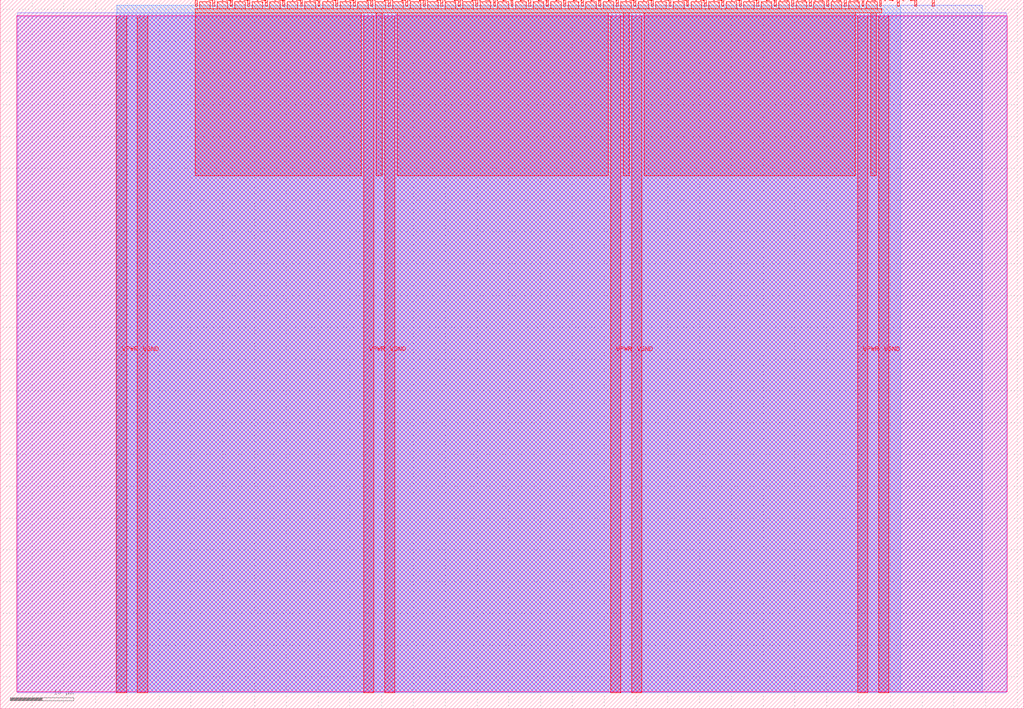
<source format=lef>
VERSION 5.7 ;
  NOWIREEXTENSIONATPIN ON ;
  DIVIDERCHAR "/" ;
  BUSBITCHARS "[]" ;
MACRO tt_um_multiplier
  CLASS BLOCK ;
  FOREIGN tt_um_multiplier ;
  ORIGIN 0.000 0.000 ;
  SIZE 161.000 BY 111.520 ;
  PIN VGND
    DIRECTION INOUT ;
    USE GROUND ;
    PORT
      LAYER met4 ;
        RECT 21.580 2.480 23.180 109.040 ;
    END
    PORT
      LAYER met4 ;
        RECT 60.450 2.480 62.050 109.040 ;
    END
    PORT
      LAYER met4 ;
        RECT 99.320 2.480 100.920 109.040 ;
    END
    PORT
      LAYER met4 ;
        RECT 138.190 2.480 139.790 109.040 ;
    END
  END VGND
  PIN VPWR
    DIRECTION INOUT ;
    USE POWER ;
    PORT
      LAYER met4 ;
        RECT 18.280 2.480 19.880 109.040 ;
    END
    PORT
      LAYER met4 ;
        RECT 57.150 2.480 58.750 109.040 ;
    END
    PORT
      LAYER met4 ;
        RECT 96.020 2.480 97.620 109.040 ;
    END
    PORT
      LAYER met4 ;
        RECT 134.890 2.480 136.490 109.040 ;
    END
  END VPWR
  PIN clk
    DIRECTION INPUT ;
    USE SIGNAL ;
    PORT
      LAYER met4 ;
        RECT 143.830 110.520 144.130 111.520 ;
    END
  END clk
  PIN ena
    DIRECTION INPUT ;
    USE SIGNAL ;
    PORT
      LAYER met4 ;
        RECT 146.590 110.520 146.890 111.520 ;
    END
  END ena
  PIN rst_n
    DIRECTION INPUT ;
    USE SIGNAL ;
    PORT
      LAYER met4 ;
        RECT 141.070 110.520 141.370 111.520 ;
    END
  END rst_n
  PIN ui_in[0]
    DIRECTION INPUT ;
    USE SIGNAL ;
    ANTENNAGATEAREA 0.196500 ;
    PORT
      LAYER met4 ;
        RECT 138.310 110.520 138.610 111.520 ;
    END
  END ui_in[0]
  PIN ui_in[1]
    DIRECTION INPUT ;
    USE SIGNAL ;
    ANTENNAGATEAREA 0.196500 ;
    PORT
      LAYER met4 ;
        RECT 135.550 110.520 135.850 111.520 ;
    END
  END ui_in[1]
  PIN ui_in[2]
    DIRECTION INPUT ;
    USE SIGNAL ;
    ANTENNAGATEAREA 0.159000 ;
    PORT
      LAYER met4 ;
        RECT 132.790 110.520 133.090 111.520 ;
    END
  END ui_in[2]
  PIN ui_in[3]
    DIRECTION INPUT ;
    USE SIGNAL ;
    ANTENNAGATEAREA 0.196500 ;
    PORT
      LAYER met4 ;
        RECT 130.030 110.520 130.330 111.520 ;
    END
  END ui_in[3]
  PIN ui_in[4]
    DIRECTION INPUT ;
    USE SIGNAL ;
    ANTENNAGATEAREA 0.196500 ;
    PORT
      LAYER met4 ;
        RECT 127.270 110.520 127.570 111.520 ;
    END
  END ui_in[4]
  PIN ui_in[5]
    DIRECTION INPUT ;
    USE SIGNAL ;
    ANTENNAGATEAREA 0.196500 ;
    PORT
      LAYER met4 ;
        RECT 124.510 110.520 124.810 111.520 ;
    END
  END ui_in[5]
  PIN ui_in[6]
    DIRECTION INPUT ;
    USE SIGNAL ;
    ANTENNAGATEAREA 0.159000 ;
    PORT
      LAYER met4 ;
        RECT 121.750 110.520 122.050 111.520 ;
    END
  END ui_in[6]
  PIN ui_in[7]
    DIRECTION INPUT ;
    USE SIGNAL ;
    ANTENNAGATEAREA 0.126000 ;
    PORT
      LAYER met4 ;
        RECT 118.990 110.520 119.290 111.520 ;
    END
  END ui_in[7]
  PIN uio_in[0]
    DIRECTION INPUT ;
    USE SIGNAL ;
    ANTENNAGATEAREA 0.159000 ;
    PORT
      LAYER met4 ;
        RECT 116.230 110.520 116.530 111.520 ;
    END
  END uio_in[0]
  PIN uio_in[1]
    DIRECTION INPUT ;
    USE SIGNAL ;
    ANTENNAGATEAREA 0.196500 ;
    PORT
      LAYER met4 ;
        RECT 113.470 110.520 113.770 111.520 ;
    END
  END uio_in[1]
  PIN uio_in[2]
    DIRECTION INPUT ;
    USE SIGNAL ;
    ANTENNAGATEAREA 0.213000 ;
    PORT
      LAYER met4 ;
        RECT 110.710 110.520 111.010 111.520 ;
    END
  END uio_in[2]
  PIN uio_in[3]
    DIRECTION INPUT ;
    USE SIGNAL ;
    ANTENNAGATEAREA 0.196500 ;
    PORT
      LAYER met4 ;
        RECT 107.950 110.520 108.250 111.520 ;
    END
  END uio_in[3]
  PIN uio_in[4]
    DIRECTION INPUT ;
    USE SIGNAL ;
    ANTENNAGATEAREA 0.196500 ;
    PORT
      LAYER met4 ;
        RECT 105.190 110.520 105.490 111.520 ;
    END
  END uio_in[4]
  PIN uio_in[5]
    DIRECTION INPUT ;
    USE SIGNAL ;
    ANTENNAGATEAREA 0.196500 ;
    PORT
      LAYER met4 ;
        RECT 102.430 110.520 102.730 111.520 ;
    END
  END uio_in[5]
  PIN uio_in[6]
    DIRECTION INPUT ;
    USE SIGNAL ;
    ANTENNAGATEAREA 0.213000 ;
    PORT
      LAYER met4 ;
        RECT 99.670 110.520 99.970 111.520 ;
    END
  END uio_in[6]
  PIN uio_in[7]
    DIRECTION INPUT ;
    USE SIGNAL ;
    ANTENNAGATEAREA 0.126000 ;
    PORT
      LAYER met4 ;
        RECT 96.910 110.520 97.210 111.520 ;
    END
  END uio_in[7]
  PIN uio_oe[0]
    DIRECTION OUTPUT ;
    USE SIGNAL ;
    PORT
      LAYER met4 ;
        RECT 49.990 110.520 50.290 111.520 ;
    END
  END uio_oe[0]
  PIN uio_oe[1]
    DIRECTION OUTPUT ;
    USE SIGNAL ;
    PORT
      LAYER met4 ;
        RECT 47.230 110.520 47.530 111.520 ;
    END
  END uio_oe[1]
  PIN uio_oe[2]
    DIRECTION OUTPUT ;
    USE SIGNAL ;
    PORT
      LAYER met4 ;
        RECT 44.470 110.520 44.770 111.520 ;
    END
  END uio_oe[2]
  PIN uio_oe[3]
    DIRECTION OUTPUT ;
    USE SIGNAL ;
    PORT
      LAYER met4 ;
        RECT 41.710 110.520 42.010 111.520 ;
    END
  END uio_oe[3]
  PIN uio_oe[4]
    DIRECTION OUTPUT ;
    USE SIGNAL ;
    PORT
      LAYER met4 ;
        RECT 38.950 110.520 39.250 111.520 ;
    END
  END uio_oe[4]
  PIN uio_oe[5]
    DIRECTION OUTPUT ;
    USE SIGNAL ;
    PORT
      LAYER met4 ;
        RECT 36.190 110.520 36.490 111.520 ;
    END
  END uio_oe[5]
  PIN uio_oe[6]
    DIRECTION OUTPUT ;
    USE SIGNAL ;
    PORT
      LAYER met4 ;
        RECT 33.430 110.520 33.730 111.520 ;
    END
  END uio_oe[6]
  PIN uio_oe[7]
    DIRECTION OUTPUT ;
    USE SIGNAL ;
    PORT
      LAYER met4 ;
        RECT 30.670 110.520 30.970 111.520 ;
    END
  END uio_oe[7]
  PIN uio_out[0]
    DIRECTION OUTPUT ;
    USE SIGNAL ;
    ANTENNADIFFAREA 0.445500 ;
    PORT
      LAYER met4 ;
        RECT 72.070 110.520 72.370 111.520 ;
    END
  END uio_out[0]
  PIN uio_out[1]
    DIRECTION OUTPUT ;
    USE SIGNAL ;
    ANTENNADIFFAREA 0.445500 ;
    PORT
      LAYER met4 ;
        RECT 69.310 110.520 69.610 111.520 ;
    END
  END uio_out[1]
  PIN uio_out[2]
    DIRECTION OUTPUT ;
    USE SIGNAL ;
    ANTENNADIFFAREA 0.445500 ;
    PORT
      LAYER met4 ;
        RECT 66.550 110.520 66.850 111.520 ;
    END
  END uio_out[2]
  PIN uio_out[3]
    DIRECTION OUTPUT ;
    USE SIGNAL ;
    ANTENNADIFFAREA 0.445500 ;
    PORT
      LAYER met4 ;
        RECT 63.790 110.520 64.090 111.520 ;
    END
  END uio_out[3]
  PIN uio_out[4]
    DIRECTION OUTPUT ;
    USE SIGNAL ;
    ANTENNADIFFAREA 0.445500 ;
    PORT
      LAYER met4 ;
        RECT 61.030 110.520 61.330 111.520 ;
    END
  END uio_out[4]
  PIN uio_out[5]
    DIRECTION OUTPUT ;
    USE SIGNAL ;
    ANTENNADIFFAREA 0.445500 ;
    PORT
      LAYER met4 ;
        RECT 58.270 110.520 58.570 111.520 ;
    END
  END uio_out[5]
  PIN uio_out[6]
    DIRECTION OUTPUT ;
    USE SIGNAL ;
    ANTENNADIFFAREA 0.445500 ;
    PORT
      LAYER met4 ;
        RECT 55.510 110.520 55.810 111.520 ;
    END
  END uio_out[6]
  PIN uio_out[7]
    DIRECTION OUTPUT ;
    USE SIGNAL ;
    ANTENNADIFFAREA 0.891000 ;
    PORT
      LAYER met4 ;
        RECT 52.750 110.520 53.050 111.520 ;
    END
  END uio_out[7]
  PIN uo_out[0]
    DIRECTION OUTPUT ;
    USE SIGNAL ;
    ANTENNAGATEAREA 0.126000 ;
    ANTENNADIFFAREA 0.445500 ;
    PORT
      LAYER met4 ;
        RECT 94.150 110.520 94.450 111.520 ;
    END
  END uo_out[0]
  PIN uo_out[1]
    DIRECTION OUTPUT ;
    USE SIGNAL ;
    ANTENNADIFFAREA 1.242000 ;
    PORT
      LAYER met4 ;
        RECT 91.390 110.520 91.690 111.520 ;
    END
  END uo_out[1]
  PIN uo_out[2]
    DIRECTION OUTPUT ;
    USE SIGNAL ;
    ANTENNADIFFAREA 0.445500 ;
    PORT
      LAYER met4 ;
        RECT 88.630 110.520 88.930 111.520 ;
    END
  END uo_out[2]
  PIN uo_out[3]
    DIRECTION OUTPUT ;
    USE SIGNAL ;
    ANTENNADIFFAREA 0.445500 ;
    PORT
      LAYER met4 ;
        RECT 85.870 110.520 86.170 111.520 ;
    END
  END uo_out[3]
  PIN uo_out[4]
    DIRECTION OUTPUT ;
    USE SIGNAL ;
    ANTENNADIFFAREA 0.795200 ;
    PORT
      LAYER met4 ;
        RECT 83.110 110.520 83.410 111.520 ;
    END
  END uo_out[4]
  PIN uo_out[5]
    DIRECTION OUTPUT ;
    USE SIGNAL ;
    ANTENNADIFFAREA 0.795200 ;
    PORT
      LAYER met4 ;
        RECT 80.350 110.520 80.650 111.520 ;
    END
  END uo_out[5]
  PIN uo_out[6]
    DIRECTION OUTPUT ;
    USE SIGNAL ;
    ANTENNADIFFAREA 0.795200 ;
    PORT
      LAYER met4 ;
        RECT 77.590 110.520 77.890 111.520 ;
    END
  END uo_out[6]
  PIN uo_out[7]
    DIRECTION OUTPUT ;
    USE SIGNAL ;
    ANTENNADIFFAREA 0.795200 ;
    PORT
      LAYER met4 ;
        RECT 74.830 110.520 75.130 111.520 ;
    END
  END uo_out[7]
  OBS
      LAYER nwell ;
        RECT 2.570 2.635 158.430 108.990 ;
      LAYER li1 ;
        RECT 2.760 2.635 158.240 108.885 ;
      LAYER met1 ;
        RECT 2.760 2.480 158.240 109.440 ;
      LAYER met2 ;
        RECT 18.310 2.535 154.460 110.685 ;
      LAYER met3 ;
        RECT 18.290 2.555 141.615 110.665 ;
      LAYER met4 ;
        RECT 31.370 110.120 33.030 111.170 ;
        RECT 34.130 110.120 35.790 111.170 ;
        RECT 36.890 110.120 38.550 111.170 ;
        RECT 39.650 110.120 41.310 111.170 ;
        RECT 42.410 110.120 44.070 111.170 ;
        RECT 45.170 110.120 46.830 111.170 ;
        RECT 47.930 110.120 49.590 111.170 ;
        RECT 50.690 110.120 52.350 111.170 ;
        RECT 53.450 110.120 55.110 111.170 ;
        RECT 56.210 110.120 57.870 111.170 ;
        RECT 58.970 110.120 60.630 111.170 ;
        RECT 61.730 110.120 63.390 111.170 ;
        RECT 64.490 110.120 66.150 111.170 ;
        RECT 67.250 110.120 68.910 111.170 ;
        RECT 70.010 110.120 71.670 111.170 ;
        RECT 72.770 110.120 74.430 111.170 ;
        RECT 75.530 110.120 77.190 111.170 ;
        RECT 78.290 110.120 79.950 111.170 ;
        RECT 81.050 110.120 82.710 111.170 ;
        RECT 83.810 110.120 85.470 111.170 ;
        RECT 86.570 110.120 88.230 111.170 ;
        RECT 89.330 110.120 90.990 111.170 ;
        RECT 92.090 110.120 93.750 111.170 ;
        RECT 94.850 110.120 96.510 111.170 ;
        RECT 97.610 110.120 99.270 111.170 ;
        RECT 100.370 110.120 102.030 111.170 ;
        RECT 103.130 110.120 104.790 111.170 ;
        RECT 105.890 110.120 107.550 111.170 ;
        RECT 108.650 110.120 110.310 111.170 ;
        RECT 111.410 110.120 113.070 111.170 ;
        RECT 114.170 110.120 115.830 111.170 ;
        RECT 116.930 110.120 118.590 111.170 ;
        RECT 119.690 110.120 121.350 111.170 ;
        RECT 122.450 110.120 124.110 111.170 ;
        RECT 125.210 110.120 126.870 111.170 ;
        RECT 127.970 110.120 129.630 111.170 ;
        RECT 130.730 110.120 132.390 111.170 ;
        RECT 133.490 110.120 135.150 111.170 ;
        RECT 136.250 110.120 137.910 111.170 ;
        RECT 30.655 109.440 138.625 110.120 ;
        RECT 30.655 83.815 56.750 109.440 ;
        RECT 59.150 83.815 60.050 109.440 ;
        RECT 62.450 83.815 95.620 109.440 ;
        RECT 98.020 83.815 98.920 109.440 ;
        RECT 101.320 83.815 134.490 109.440 ;
        RECT 136.890 83.815 137.790 109.440 ;
  END
END tt_um_multiplier
END LIBRARY


</source>
